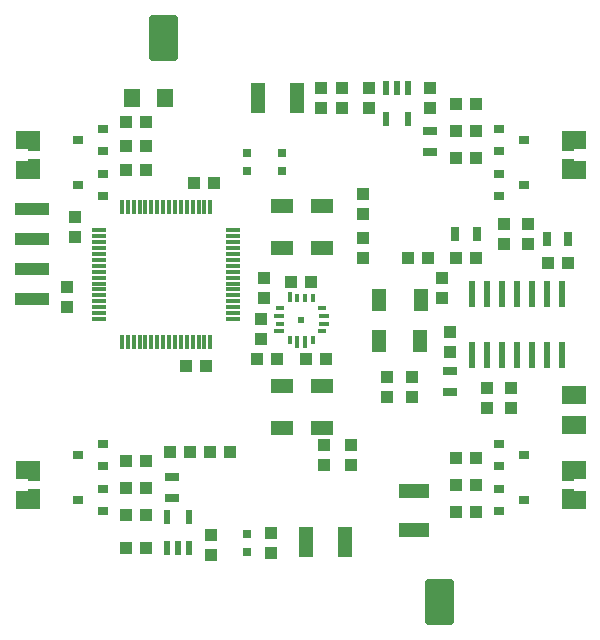
<source format=gtp>
G75*
G70*
%OFA0B0*%
%FSLAX24Y24*%
%IPPOS*%
%LPD*%
%AMOC8*
5,1,8,0,0,1.08239X$1,22.5*
%
%ADD10R,0.0472X0.0118*%
%ADD11R,0.0118X0.0472*%
%ADD12R,0.0146X0.0256*%
%ADD13R,0.0376X0.0146*%
%ADD14R,0.0256X0.0146*%
%ADD15R,0.0146X0.0376*%
%ADD16R,0.0146X0.0296*%
%ADD17R,0.0197X0.0197*%
%ADD18R,0.0472X0.0984*%
%ADD19R,0.0472X0.0315*%
%ADD20R,0.0760X0.0500*%
%ADD21R,0.0500X0.0760*%
%ADD22R,0.0354X0.0315*%
%ADD23R,0.0394X0.0433*%
%ADD24R,0.0787X0.0591*%
%ADD25R,0.0433X0.0394*%
%ADD26R,0.1181X0.0394*%
%ADD27R,0.0236X0.0866*%
%ADD28R,0.0315X0.0472*%
%ADD29C,0.0236*%
%ADD30R,0.0217X0.0472*%
%ADD31R,0.0315X0.0315*%
%ADD32R,0.0984X0.0472*%
%ADD33R,0.0551X0.0630*%
D10*
X004872Y011882D03*
X004872Y012079D03*
X004872Y012276D03*
X004872Y012473D03*
X004872Y012669D03*
X004872Y012866D03*
X004872Y013063D03*
X004872Y013260D03*
X004872Y013457D03*
X004872Y013654D03*
X004872Y013851D03*
X004872Y014047D03*
X004872Y014244D03*
X004872Y014441D03*
X004872Y014638D03*
X004872Y014835D03*
X009361Y014835D03*
X009361Y014638D03*
X009361Y014441D03*
X009361Y014244D03*
X009361Y014047D03*
X009361Y013851D03*
X009361Y013654D03*
X009361Y013457D03*
X009361Y013260D03*
X009361Y013063D03*
X009361Y012866D03*
X009361Y012669D03*
X009361Y012473D03*
X009361Y012276D03*
X009361Y012079D03*
X009361Y011882D03*
D11*
X008593Y011114D03*
X008396Y011114D03*
X008199Y011114D03*
X008002Y011114D03*
X007806Y011114D03*
X007609Y011114D03*
X007412Y011114D03*
X007215Y011114D03*
X007018Y011114D03*
X006821Y011114D03*
X006624Y011114D03*
X006428Y011114D03*
X006231Y011114D03*
X006034Y011114D03*
X005837Y011114D03*
X005640Y011114D03*
X005640Y015603D03*
X005837Y015603D03*
X006034Y015603D03*
X006231Y015603D03*
X006428Y015603D03*
X006624Y015603D03*
X006821Y015603D03*
X007018Y015603D03*
X007215Y015603D03*
X007412Y015603D03*
X007609Y015603D03*
X007806Y015603D03*
X008002Y015603D03*
X008199Y015603D03*
X008396Y015603D03*
X008593Y015603D03*
D12*
X011233Y011169D03*
X011489Y011169D03*
X011489Y011053D03*
X011744Y011052D03*
X011744Y011169D03*
X012000Y011169D03*
D13*
X012366Y011730D03*
X012366Y011986D03*
X010868Y011986D03*
X010868Y011475D03*
D14*
X010928Y011730D03*
X010928Y012242D03*
X012306Y012242D03*
X012306Y011475D03*
D15*
X011233Y012607D03*
D16*
X011489Y012567D03*
X011744Y012567D03*
X012000Y012567D03*
D17*
X011617Y011858D03*
D18*
X011466Y019258D03*
X010167Y019258D03*
X011767Y004458D03*
X013066Y004458D03*
D19*
X016567Y009454D03*
X016567Y010163D03*
X015917Y017454D03*
X015917Y018163D03*
X007317Y006613D03*
X007317Y005904D03*
D20*
X010969Y008258D03*
X012322Y008258D03*
X012311Y009638D03*
X010969Y009640D03*
X010969Y014258D03*
X010969Y015640D03*
X012311Y015638D03*
X012322Y014258D03*
D21*
X014216Y012506D03*
X014216Y011153D03*
X015596Y011164D03*
X015598Y012506D03*
D22*
X005010Y005484D03*
X005010Y006232D03*
X005010Y006984D03*
X005010Y007732D03*
X004183Y007358D03*
X004183Y005858D03*
X005010Y015984D03*
X005010Y016732D03*
X005010Y017484D03*
X005010Y018232D03*
X004183Y017858D03*
X004183Y016358D03*
X018223Y015984D03*
X018223Y016732D03*
X018223Y017484D03*
X018223Y018232D03*
X019050Y017858D03*
X019050Y016358D03*
X018223Y007732D03*
X018223Y006984D03*
X018223Y006232D03*
X018223Y005484D03*
X019050Y005858D03*
X019050Y007358D03*
D23*
X020517Y006693D03*
X020517Y006024D03*
X018617Y008924D03*
X018617Y009593D03*
X017817Y009593D03*
X017817Y008924D03*
X016567Y010774D03*
X016567Y011443D03*
X016317Y012574D03*
X016317Y013243D03*
X018367Y014374D03*
X018367Y015043D03*
X019167Y015043D03*
X019167Y014374D03*
X020517Y017024D03*
X020517Y017693D03*
X015917Y018924D03*
X015917Y019593D03*
X013867Y019593D03*
X013867Y018924D03*
X012967Y018924D03*
X012967Y019593D03*
X012267Y019593D03*
X012267Y018924D03*
X013667Y016043D03*
X013667Y015374D03*
X013667Y014593D03*
X013667Y013924D03*
X010367Y013243D03*
X010367Y012574D03*
X010267Y011893D03*
X010267Y011224D03*
X012367Y007693D03*
X012367Y007024D03*
X013267Y007024D03*
X013267Y007693D03*
X014467Y009274D03*
X014467Y009943D03*
X015317Y009943D03*
X015317Y009274D03*
X010617Y004743D03*
X010617Y004074D03*
X008617Y004024D03*
X008617Y004693D03*
X002717Y006024D03*
X002717Y006693D03*
X003817Y012274D03*
X003817Y012943D03*
X004067Y014624D03*
X004067Y015293D03*
X002717Y017024D03*
X002717Y017693D03*
D24*
X002517Y017858D03*
X002517Y016858D03*
X002517Y006858D03*
X002517Y005858D03*
X020717Y005858D03*
X020717Y006858D03*
X020717Y008358D03*
X020717Y009358D03*
X020717Y016858D03*
X020717Y017858D03*
D25*
X017451Y018158D03*
X016782Y018158D03*
X016782Y017258D03*
X017451Y017258D03*
X017451Y019058D03*
X016782Y019058D03*
X016782Y013908D03*
X017451Y013908D03*
X015851Y013908D03*
X015182Y013908D03*
X012451Y010558D03*
X011782Y010558D03*
X010801Y010558D03*
X010132Y010558D03*
X008451Y010308D03*
X007782Y010308D03*
X007901Y007458D03*
X007232Y007458D03*
X006451Y007158D03*
X005782Y007158D03*
X005782Y006258D03*
X006451Y006258D03*
X006451Y005358D03*
X005782Y005358D03*
X005782Y004258D03*
X006451Y004258D03*
X008582Y007458D03*
X009251Y007458D03*
X011282Y013108D03*
X011951Y013108D03*
X008701Y016408D03*
X008032Y016408D03*
X006451Y016858D03*
X005782Y016858D03*
X005782Y017658D03*
X006451Y017658D03*
X006451Y018458D03*
X005782Y018458D03*
X016782Y007258D03*
X017451Y007258D03*
X017451Y006358D03*
X016782Y006358D03*
X016782Y005458D03*
X017451Y005458D03*
X019832Y013758D03*
X020501Y013758D03*
D26*
X002648Y013558D03*
X002648Y014558D03*
X002648Y015558D03*
X002648Y012558D03*
D27*
X017317Y012732D03*
X017817Y012732D03*
X018317Y012732D03*
X018817Y012732D03*
X019317Y012732D03*
X019817Y012732D03*
X020317Y012732D03*
X020317Y010685D03*
X019817Y010685D03*
X019317Y010685D03*
X018817Y010685D03*
X018317Y010685D03*
X017817Y010685D03*
X017317Y010685D03*
D28*
X019812Y014558D03*
X020521Y014558D03*
X017471Y014708D03*
X016762Y014708D03*
D29*
X007371Y020609D02*
X007371Y021907D01*
X007371Y020609D02*
X006663Y020609D01*
X006663Y021907D01*
X007371Y021907D01*
X007371Y020844D02*
X006663Y020844D01*
X006663Y021079D02*
X007371Y021079D01*
X007371Y021314D02*
X006663Y021314D01*
X006663Y021549D02*
X007371Y021549D01*
X007371Y021784D02*
X006663Y021784D01*
X015863Y003107D02*
X015863Y001809D01*
X015863Y003107D02*
X016571Y003107D01*
X016571Y001809D01*
X015863Y001809D01*
X015863Y002044D02*
X016571Y002044D01*
X016571Y002279D02*
X015863Y002279D01*
X015863Y002514D02*
X016571Y002514D01*
X016571Y002749D02*
X015863Y002749D01*
X015863Y002984D02*
X016571Y002984D01*
D30*
X007891Y004247D03*
X007517Y004247D03*
X007143Y004247D03*
X007143Y005270D03*
X007891Y005270D03*
X014443Y018547D03*
X015191Y018547D03*
X015191Y019570D03*
X014817Y019570D03*
X014443Y019570D03*
D31*
X010967Y017404D03*
X010967Y016813D03*
X009817Y016813D03*
X009817Y017404D03*
X009817Y004704D03*
X009817Y004113D03*
D32*
X015367Y004859D03*
X015367Y006158D03*
D33*
X007068Y019258D03*
X005965Y019258D03*
M02*

</source>
